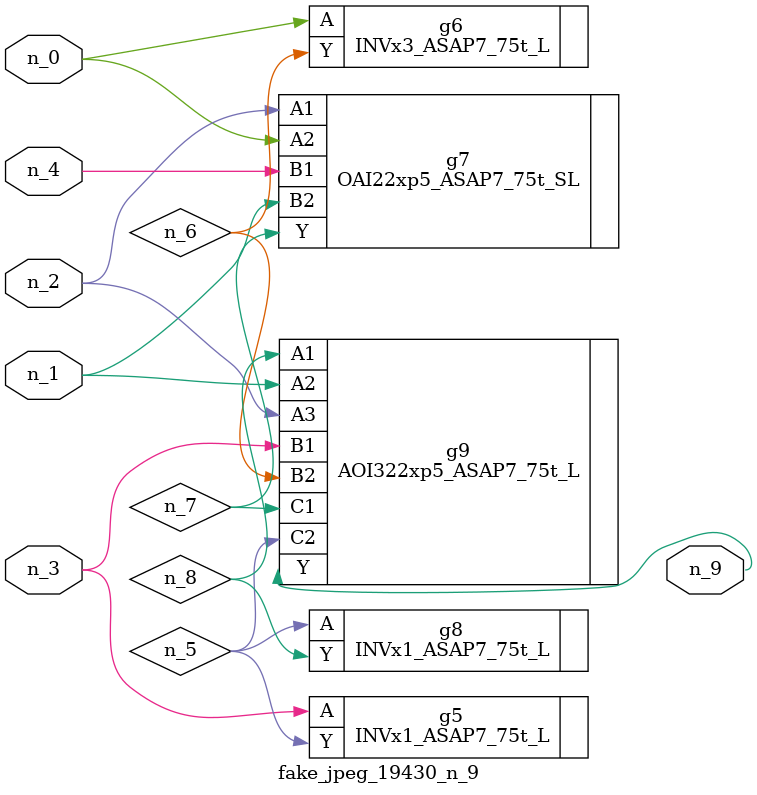
<source format=v>
module fake_jpeg_19430_n_9 (n_3, n_2, n_1, n_0, n_4, n_9);

input n_3;
input n_2;
input n_1;
input n_0;
input n_4;

output n_9;

wire n_8;
wire n_6;
wire n_5;
wire n_7;

INVx1_ASAP7_75t_L g5 ( 
.A(n_3),
.Y(n_5)
);

INVx3_ASAP7_75t_L g6 ( 
.A(n_0),
.Y(n_6)
);

OAI22xp5_ASAP7_75t_SL g7 ( 
.A1(n_2),
.A2(n_0),
.B1(n_4),
.B2(n_1),
.Y(n_7)
);

INVx1_ASAP7_75t_L g8 ( 
.A(n_5),
.Y(n_8)
);

AOI322xp5_ASAP7_75t_L g9 ( 
.A1(n_8),
.A2(n_1),
.A3(n_2),
.B1(n_3),
.B2(n_6),
.C1(n_7),
.C2(n_5),
.Y(n_9)
);


endmodule
</source>
